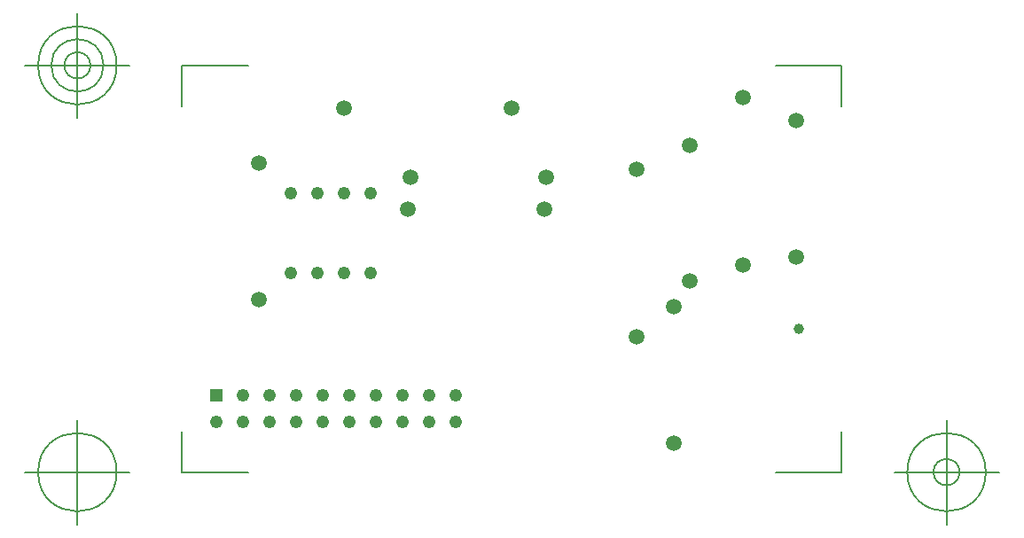
<source format=gbr>
G04 Generated by Ultiboard 14.2 *
%FSLAX24Y24*%
%MOIN*%

%ADD10C,0.0001*%
%ADD11C,0.0050*%
%ADD12C,0.0394*%
%ADD13C,0.0490*%
%ADD14R,0.0490X0.0490*%
%ADD15C,0.0591*%


G04 ColorRGB 9900CC for the following layer *
%LNSolder Mask Bottom*%
%LPD*%
G54D10*
G54D11*
X3697Y7900D02*
X3697Y9430D01*
X3697Y7900D02*
X6178Y7900D01*
X28500Y7900D02*
X26020Y7900D01*
X28500Y7900D02*
X28500Y9430D01*
X28500Y23200D02*
X28500Y21670D01*
X28500Y23200D02*
X26020Y23200D01*
X3697Y23200D02*
X6178Y23200D01*
X3697Y23200D02*
X3697Y21670D01*
X1729Y7900D02*
X-2208Y7900D01*
X-240Y5931D02*
X-240Y9869D01*
X-1716Y7900D02*
G75*
D01*
G02X-1716Y7900I1476J0*
G01*
X30469Y7900D02*
X34406Y7900D01*
X32437Y5931D02*
X32437Y9869D01*
X30961Y7900D02*
G75*
D01*
G02X30961Y7900I1476J0*
G01*
X31945Y7900D02*
G75*
D01*
G02X31945Y7900I492J0*
G01*
X1729Y23200D02*
X-2208Y23200D01*
X-240Y21231D02*
X-240Y25169D01*
X-1716Y23200D02*
G75*
D01*
G02X-1716Y23200I1476J0*
G01*
X-1224Y23200D02*
G75*
D01*
G02X-1224Y23200I984J0*
G01*
X-732Y23200D02*
G75*
D01*
G02X-732Y23200I492J0*
G01*
G54D12*
X26900Y13300D03*
G54D13*
X6000Y10800D03*
X7000Y10800D03*
X8000Y10800D03*
X9000Y10800D03*
X10000Y10800D03*
X11000Y10800D03*
X12000Y10800D03*
X13000Y10800D03*
X14000Y10800D03*
X5000Y9800D03*
X6000Y9800D03*
X7000Y9800D03*
X8000Y9800D03*
X9000Y9800D03*
X10000Y9800D03*
X11000Y9800D03*
X12000Y9800D03*
X13000Y9800D03*
X14000Y9800D03*
X7800Y15400D03*
X7800Y18400D03*
X8800Y15400D03*
X10800Y15400D03*
X9800Y15400D03*
X10800Y18400D03*
X8800Y18400D03*
X9800Y18400D03*
G54D14*
X5000Y10800D03*
G54D15*
X17318Y17800D03*
X12200Y17800D03*
X16099Y21600D03*
X9800Y21600D03*
X6600Y19518D03*
X6600Y14400D03*
X24800Y15701D03*
X24800Y22000D03*
X22800Y15082D03*
X22800Y20200D03*
X26800Y21118D03*
X26800Y16000D03*
X22200Y14118D03*
X22200Y9000D03*
X20800Y19299D03*
X20800Y13000D03*
X12282Y19000D03*
X17400Y19000D03*

M02*

</source>
